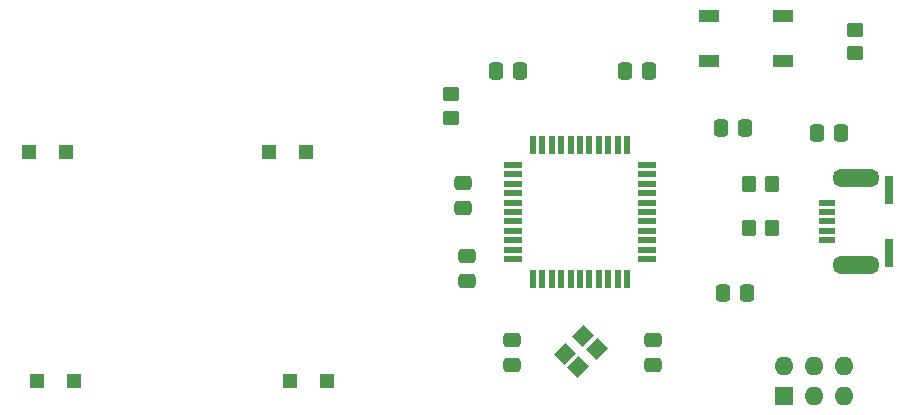
<source format=gbr>
%TF.GenerationSoftware,KiCad,Pcbnew,7.0.1*%
%TF.CreationDate,2023-04-28T17:46:53+02:00*%
%TF.ProjectId,4_switch_pcb,345f7377-6974-4636-985f-7063622e6b69,rev?*%
%TF.SameCoordinates,Original*%
%TF.FileFunction,Paste,Bot*%
%TF.FilePolarity,Positive*%
%FSLAX46Y46*%
G04 Gerber Fmt 4.6, Leading zero omitted, Abs format (unit mm)*
G04 Created by KiCad (PCBNEW 7.0.1) date 2023-04-28 17:46:53*
%MOMM*%
%LPD*%
G01*
G04 APERTURE LIST*
G04 Aperture macros list*
%AMRoundRect*
0 Rectangle with rounded corners*
0 $1 Rounding radius*
0 $2 $3 $4 $5 $6 $7 $8 $9 X,Y pos of 4 corners*
0 Add a 4 corners polygon primitive as box body*
4,1,4,$2,$3,$4,$5,$6,$7,$8,$9,$2,$3,0*
0 Add four circle primitives for the rounded corners*
1,1,$1+$1,$2,$3*
1,1,$1+$1,$4,$5*
1,1,$1+$1,$6,$7*
1,1,$1+$1,$8,$9*
0 Add four rect primitives between the rounded corners*
20,1,$1+$1,$2,$3,$4,$5,0*
20,1,$1+$1,$4,$5,$6,$7,0*
20,1,$1+$1,$6,$7,$8,$9,0*
20,1,$1+$1,$8,$9,$2,$3,0*%
%AMRotRect*
0 Rectangle, with rotation*
0 The origin of the aperture is its center*
0 $1 length*
0 $2 width*
0 $3 Rotation angle, in degrees counterclockwise*
0 Add horizontal line*
21,1,$1,$2,0,0,$3*%
G04 Aperture macros list end*
%ADD10R,1.200000X1.200000*%
%ADD11RoundRect,0.250000X0.450000X-0.350000X0.450000X0.350000X-0.450000X0.350000X-0.450000X-0.350000X0*%
%ADD12RoundRect,0.250000X-0.337500X-0.475000X0.337500X-0.475000X0.337500X0.475000X-0.337500X0.475000X0*%
%ADD13RoundRect,0.250000X0.337500X0.475000X-0.337500X0.475000X-0.337500X-0.475000X0.337500X-0.475000X0*%
%ADD14RotRect,1.400000X1.200000X45.000000*%
%ADD15R,1.500000X0.550000*%
%ADD16R,0.550000X1.500000*%
%ADD17RoundRect,0.250000X-0.475000X0.337500X-0.475000X-0.337500X0.475000X-0.337500X0.475000X0.337500X0*%
%ADD18R,1.400000X0.500000*%
%ADD19O,4.000000X1.500000*%
%ADD20R,0.800000X2.350000*%
%ADD21R,1.700000X1.000000*%
%ADD22O,1.600000X1.600000*%
%ADD23R,1.600000X1.600000*%
%ADD24RoundRect,0.250000X0.350000X0.450000X-0.350000X0.450000X-0.350000X-0.450000X0.350000X-0.450000X0*%
%ADD25RoundRect,0.250000X0.475000X-0.337500X0.475000X0.337500X-0.475000X0.337500X-0.475000X-0.337500X0*%
G04 APERTURE END LIST*
D10*
%TO.C,D3*%
X115912500Y-90487500D03*
X119062500Y-90487500D03*
%TD*%
%TO.C,D2*%
X115265000Y-71120000D03*
X118415000Y-71120000D03*
%TD*%
D11*
%TO.C,R2*%
X151000000Y-68250000D03*
X151000000Y-66250000D03*
%TD*%
D12*
%TO.C,C8*%
X181962500Y-69500000D03*
X184037500Y-69500000D03*
%TD*%
D13*
%TO.C,C9*%
X175906250Y-69056250D03*
X173831250Y-69056250D03*
%TD*%
D14*
%TO.C,X1*%
X160656497Y-88212132D03*
X163343503Y-87787868D03*
X161787868Y-89343503D03*
X162212132Y-86656497D03*
%TD*%
D15*
%TO.C,U1*%
X167625000Y-72200000D03*
X167625000Y-73000000D03*
X167625000Y-73800000D03*
X167625000Y-74600000D03*
X167625000Y-75400000D03*
X167625000Y-76200000D03*
X167625000Y-77000000D03*
X167625000Y-77800000D03*
X167625000Y-78600000D03*
X167625000Y-79400000D03*
X167625000Y-80200000D03*
D16*
X165925000Y-81900000D03*
X165125000Y-81900000D03*
X164325000Y-81900000D03*
X163525000Y-81900000D03*
X162725000Y-81900000D03*
X161925000Y-81900000D03*
X161125000Y-81900000D03*
X160325000Y-81900000D03*
X159525000Y-81900000D03*
X158725000Y-81900000D03*
X157925000Y-81900000D03*
D15*
X156225000Y-80200000D03*
X156225000Y-79400000D03*
X156225000Y-78600000D03*
X156225000Y-77800000D03*
X156225000Y-77000000D03*
X156225000Y-76200000D03*
X156225000Y-75400000D03*
X156225000Y-74600000D03*
X156225000Y-73800000D03*
X156225000Y-73000000D03*
X156225000Y-72200000D03*
D16*
X157925000Y-70500000D03*
X158725000Y-70500000D03*
X159525000Y-70500000D03*
X160325000Y-70500000D03*
X161125000Y-70500000D03*
X161925000Y-70500000D03*
X162725000Y-70500000D03*
X163525000Y-70500000D03*
X164325000Y-70500000D03*
X165125000Y-70500000D03*
X165925000Y-70500000D03*
%TD*%
D13*
%TO.C,C6*%
X167787500Y-64293750D03*
X165712500Y-64293750D03*
%TD*%
D17*
%TO.C,C1*%
X168068750Y-87068750D03*
X168068750Y-89143750D03*
%TD*%
D11*
%TO.C,R1*%
X185250000Y-62750000D03*
X185250000Y-60750000D03*
%TD*%
D18*
%TO.C,J1*%
X182880000Y-75400000D03*
X182880000Y-76200000D03*
X182880000Y-77000000D03*
X182880000Y-77800000D03*
X182880000Y-78600000D03*
D19*
X185280000Y-73350000D03*
D20*
X188080000Y-74325000D03*
X188080000Y-79675000D03*
D19*
X185280000Y-80650000D03*
%TD*%
D21*
%TO.C,SW1*%
X179150000Y-59600000D03*
X172850000Y-59600000D03*
X179150000Y-63400000D03*
X172850000Y-63400000D03*
%TD*%
D17*
%TO.C,C2*%
X156162500Y-87068750D03*
X156162500Y-89143750D03*
%TD*%
D22*
%TO.C,J2*%
X179210000Y-89210000D03*
D23*
X179210000Y-91750000D03*
D22*
X181750000Y-89210000D03*
X181750000Y-91750000D03*
X184290000Y-89210000D03*
X184290000Y-91750000D03*
%TD*%
D24*
%TO.C,R4*%
X178212500Y-73818750D03*
X176212500Y-73818750D03*
%TD*%
D13*
%TO.C,C3*%
X176081250Y-83081250D03*
X174006250Y-83081250D03*
%TD*%
D10*
%TO.C,D4*%
X137343750Y-90487500D03*
X140493750Y-90487500D03*
%TD*%
D24*
%TO.C,R3*%
X178212500Y-77568750D03*
X176212500Y-77568750D03*
%TD*%
D17*
%TO.C,C7*%
X152400000Y-79925000D03*
X152400000Y-82000000D03*
%TD*%
D25*
%TO.C,C4*%
X152000000Y-75825000D03*
X152000000Y-73750000D03*
%TD*%
D13*
%TO.C,C5*%
X156856250Y-64293750D03*
X154781250Y-64293750D03*
%TD*%
D10*
%TO.C,D1*%
X135585000Y-71120000D03*
X138735000Y-71120000D03*
%TD*%
M02*

</source>
